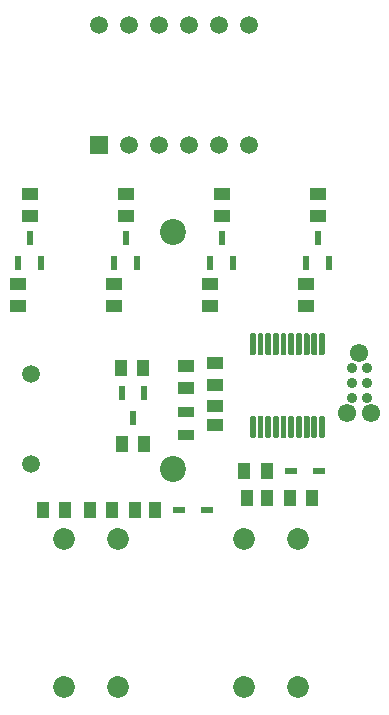
<source format=gbr>
%TF.GenerationSoftware,KiCad,Pcbnew,(5.1.10)-1*%
%TF.CreationDate,2021-09-07T17:28:15+02:00*%
%TF.ProjectId,BytesCounter,42797465-7343-46f7-956e-7465722e6b69,rev?*%
%TF.SameCoordinates,Original*%
%TF.FileFunction,Soldermask,Top*%
%TF.FilePolarity,Negative*%
%FSLAX46Y46*%
G04 Gerber Fmt 4.6, Leading zero omitted, Abs format (unit mm)*
G04 Created by KiCad (PCBNEW (5.1.10)-1) date 2021-09-07 17:28:15*
%MOMM*%
%LPD*%
G01*
G04 APERTURE LIST*
%ADD10C,1.500000*%
%ADD11R,1.500000X1.500000*%
%ADD12R,1.400000X0.900000*%
%ADD13C,1.550000*%
%ADD14C,0.889000*%
%ADD15R,1.075000X0.500000*%
%ADD16C,1.850000*%
%ADD17C,2.200000*%
%ADD18R,1.000000X1.400000*%
%ADD19R,1.400000X1.000000*%
%ADD20R,0.600000X1.250000*%
%ADD21R,1.050000X1.470000*%
%ADD22R,1.470000X1.050000*%
G04 APERTURE END LIST*
D10*
%TO.C,U1*%
X114430000Y-32230000D03*
X116970000Y-32230000D03*
X119510000Y-32230000D03*
X122050000Y-32230000D03*
X124590000Y-32230000D03*
X127130000Y-32230000D03*
X127130000Y-42390000D03*
X124590000Y-42390000D03*
X122050000Y-42390000D03*
X119510000Y-42390000D03*
X116970000Y-42390000D03*
D11*
X114430000Y-42390000D03*
%TD*%
D12*
%TO.C,LED1*%
X121792000Y-64992000D03*
X121792000Y-66892000D03*
%TD*%
D13*
%TO.C,J1*%
X135468000Y-65040000D03*
X137500000Y-65040000D03*
X136484000Y-59960000D03*
D14*
X137119000Y-63770000D03*
X135849000Y-63770000D03*
X137119000Y-62500000D03*
X135849000Y-62500000D03*
X137119000Y-61230000D03*
X135849000Y-61230000D03*
%TD*%
%TO.C,IC1*%
G36*
G01*
X133216000Y-65276000D02*
X133466000Y-65276000D01*
G75*
G02*
X133591000Y-65401000I0J-125000D01*
G01*
X133591000Y-67051000D01*
G75*
G02*
X133466000Y-67176000I-125000J0D01*
G01*
X133216000Y-67176000D01*
G75*
G02*
X133091000Y-67051000I0J125000D01*
G01*
X133091000Y-65401000D01*
G75*
G02*
X133216000Y-65276000I125000J0D01*
G01*
G37*
G36*
G01*
X132566000Y-65276000D02*
X132816000Y-65276000D01*
G75*
G02*
X132941000Y-65401000I0J-125000D01*
G01*
X132941000Y-67051000D01*
G75*
G02*
X132816000Y-67176000I-125000J0D01*
G01*
X132566000Y-67176000D01*
G75*
G02*
X132441000Y-67051000I0J125000D01*
G01*
X132441000Y-65401000D01*
G75*
G02*
X132566000Y-65276000I125000J0D01*
G01*
G37*
G36*
G01*
X131916000Y-65276000D02*
X132166000Y-65276000D01*
G75*
G02*
X132291000Y-65401000I0J-125000D01*
G01*
X132291000Y-67051000D01*
G75*
G02*
X132166000Y-67176000I-125000J0D01*
G01*
X131916000Y-67176000D01*
G75*
G02*
X131791000Y-67051000I0J125000D01*
G01*
X131791000Y-65401000D01*
G75*
G02*
X131916000Y-65276000I125000J0D01*
G01*
G37*
G36*
G01*
X131266000Y-65276000D02*
X131516000Y-65276000D01*
G75*
G02*
X131641000Y-65401000I0J-125000D01*
G01*
X131641000Y-67051000D01*
G75*
G02*
X131516000Y-67176000I-125000J0D01*
G01*
X131266000Y-67176000D01*
G75*
G02*
X131141000Y-67051000I0J125000D01*
G01*
X131141000Y-65401000D01*
G75*
G02*
X131266000Y-65276000I125000J0D01*
G01*
G37*
G36*
G01*
X130616000Y-65276000D02*
X130866000Y-65276000D01*
G75*
G02*
X130991000Y-65401000I0J-125000D01*
G01*
X130991000Y-67051000D01*
G75*
G02*
X130866000Y-67176000I-125000J0D01*
G01*
X130616000Y-67176000D01*
G75*
G02*
X130491000Y-67051000I0J125000D01*
G01*
X130491000Y-65401000D01*
G75*
G02*
X130616000Y-65276000I125000J0D01*
G01*
G37*
G36*
G01*
X129966000Y-65276000D02*
X130216000Y-65276000D01*
G75*
G02*
X130341000Y-65401000I0J-125000D01*
G01*
X130341000Y-67051000D01*
G75*
G02*
X130216000Y-67176000I-125000J0D01*
G01*
X129966000Y-67176000D01*
G75*
G02*
X129841000Y-67051000I0J125000D01*
G01*
X129841000Y-65401000D01*
G75*
G02*
X129966000Y-65276000I125000J0D01*
G01*
G37*
G36*
G01*
X129316000Y-65276000D02*
X129566000Y-65276000D01*
G75*
G02*
X129691000Y-65401000I0J-125000D01*
G01*
X129691000Y-67051000D01*
G75*
G02*
X129566000Y-67176000I-125000J0D01*
G01*
X129316000Y-67176000D01*
G75*
G02*
X129191000Y-67051000I0J125000D01*
G01*
X129191000Y-65401000D01*
G75*
G02*
X129316000Y-65276000I125000J0D01*
G01*
G37*
G36*
G01*
X128666000Y-65276000D02*
X128916000Y-65276000D01*
G75*
G02*
X129041000Y-65401000I0J-125000D01*
G01*
X129041000Y-67051000D01*
G75*
G02*
X128916000Y-67176000I-125000J0D01*
G01*
X128666000Y-67176000D01*
G75*
G02*
X128541000Y-67051000I0J125000D01*
G01*
X128541000Y-65401000D01*
G75*
G02*
X128666000Y-65276000I125000J0D01*
G01*
G37*
G36*
G01*
X128016000Y-65276000D02*
X128266000Y-65276000D01*
G75*
G02*
X128391000Y-65401000I0J-125000D01*
G01*
X128391000Y-67051000D01*
G75*
G02*
X128266000Y-67176000I-125000J0D01*
G01*
X128016000Y-67176000D01*
G75*
G02*
X127891000Y-67051000I0J125000D01*
G01*
X127891000Y-65401000D01*
G75*
G02*
X128016000Y-65276000I125000J0D01*
G01*
G37*
G36*
G01*
X127366000Y-65276000D02*
X127616000Y-65276000D01*
G75*
G02*
X127741000Y-65401000I0J-125000D01*
G01*
X127741000Y-67051000D01*
G75*
G02*
X127616000Y-67176000I-125000J0D01*
G01*
X127366000Y-67176000D01*
G75*
G02*
X127241000Y-67051000I0J125000D01*
G01*
X127241000Y-65401000D01*
G75*
G02*
X127366000Y-65276000I125000J0D01*
G01*
G37*
G36*
G01*
X127366000Y-58276000D02*
X127616000Y-58276000D01*
G75*
G02*
X127741000Y-58401000I0J-125000D01*
G01*
X127741000Y-60051000D01*
G75*
G02*
X127616000Y-60176000I-125000J0D01*
G01*
X127366000Y-60176000D01*
G75*
G02*
X127241000Y-60051000I0J125000D01*
G01*
X127241000Y-58401000D01*
G75*
G02*
X127366000Y-58276000I125000J0D01*
G01*
G37*
G36*
G01*
X128016000Y-58276000D02*
X128266000Y-58276000D01*
G75*
G02*
X128391000Y-58401000I0J-125000D01*
G01*
X128391000Y-60051000D01*
G75*
G02*
X128266000Y-60176000I-125000J0D01*
G01*
X128016000Y-60176000D01*
G75*
G02*
X127891000Y-60051000I0J125000D01*
G01*
X127891000Y-58401000D01*
G75*
G02*
X128016000Y-58276000I125000J0D01*
G01*
G37*
G36*
G01*
X128666000Y-58276000D02*
X128916000Y-58276000D01*
G75*
G02*
X129041000Y-58401000I0J-125000D01*
G01*
X129041000Y-60051000D01*
G75*
G02*
X128916000Y-60176000I-125000J0D01*
G01*
X128666000Y-60176000D01*
G75*
G02*
X128541000Y-60051000I0J125000D01*
G01*
X128541000Y-58401000D01*
G75*
G02*
X128666000Y-58276000I125000J0D01*
G01*
G37*
G36*
G01*
X129316000Y-58276000D02*
X129566000Y-58276000D01*
G75*
G02*
X129691000Y-58401000I0J-125000D01*
G01*
X129691000Y-60051000D01*
G75*
G02*
X129566000Y-60176000I-125000J0D01*
G01*
X129316000Y-60176000D01*
G75*
G02*
X129191000Y-60051000I0J125000D01*
G01*
X129191000Y-58401000D01*
G75*
G02*
X129316000Y-58276000I125000J0D01*
G01*
G37*
G36*
G01*
X129966000Y-58276000D02*
X130216000Y-58276000D01*
G75*
G02*
X130341000Y-58401000I0J-125000D01*
G01*
X130341000Y-60051000D01*
G75*
G02*
X130216000Y-60176000I-125000J0D01*
G01*
X129966000Y-60176000D01*
G75*
G02*
X129841000Y-60051000I0J125000D01*
G01*
X129841000Y-58401000D01*
G75*
G02*
X129966000Y-58276000I125000J0D01*
G01*
G37*
G36*
G01*
X130616000Y-58276000D02*
X130866000Y-58276000D01*
G75*
G02*
X130991000Y-58401000I0J-125000D01*
G01*
X130991000Y-60051000D01*
G75*
G02*
X130866000Y-60176000I-125000J0D01*
G01*
X130616000Y-60176000D01*
G75*
G02*
X130491000Y-60051000I0J125000D01*
G01*
X130491000Y-58401000D01*
G75*
G02*
X130616000Y-58276000I125000J0D01*
G01*
G37*
G36*
G01*
X131266000Y-58276000D02*
X131516000Y-58276000D01*
G75*
G02*
X131641000Y-58401000I0J-125000D01*
G01*
X131641000Y-60051000D01*
G75*
G02*
X131516000Y-60176000I-125000J0D01*
G01*
X131266000Y-60176000D01*
G75*
G02*
X131141000Y-60051000I0J125000D01*
G01*
X131141000Y-58401000D01*
G75*
G02*
X131266000Y-58276000I125000J0D01*
G01*
G37*
G36*
G01*
X131916000Y-58276000D02*
X132166000Y-58276000D01*
G75*
G02*
X132291000Y-58401000I0J-125000D01*
G01*
X132291000Y-60051000D01*
G75*
G02*
X132166000Y-60176000I-125000J0D01*
G01*
X131916000Y-60176000D01*
G75*
G02*
X131791000Y-60051000I0J125000D01*
G01*
X131791000Y-58401000D01*
G75*
G02*
X131916000Y-58276000I125000J0D01*
G01*
G37*
G36*
G01*
X132566000Y-58276000D02*
X132816000Y-58276000D01*
G75*
G02*
X132941000Y-58401000I0J-125000D01*
G01*
X132941000Y-60051000D01*
G75*
G02*
X132816000Y-60176000I-125000J0D01*
G01*
X132566000Y-60176000D01*
G75*
G02*
X132441000Y-60051000I0J125000D01*
G01*
X132441000Y-58401000D01*
G75*
G02*
X132566000Y-58276000I125000J0D01*
G01*
G37*
G36*
G01*
X133216000Y-58276000D02*
X133466000Y-58276000D01*
G75*
G02*
X133591000Y-58401000I0J-125000D01*
G01*
X133591000Y-60051000D01*
G75*
G02*
X133466000Y-60176000I-125000J0D01*
G01*
X133216000Y-60176000D01*
G75*
G02*
X133091000Y-60051000I0J125000D01*
G01*
X133091000Y-58401000D01*
G75*
G02*
X133216000Y-58276000I125000J0D01*
G01*
G37*
%TD*%
D15*
%TO.C,D2*%
X130750000Y-69982000D03*
X133074000Y-69982000D03*
%TD*%
%TO.C,D1*%
X123574000Y-73250000D03*
X121250000Y-73250000D03*
%TD*%
D16*
%TO.C,S1*%
X111546000Y-88248000D03*
X111546000Y-75748000D03*
X116046000Y-88248000D03*
X116046000Y-75748000D03*
%TD*%
%TO.C,S2*%
X126786000Y-88248000D03*
X126786000Y-75748000D03*
X131286000Y-88248000D03*
X131286000Y-75748000D03*
%TD*%
D17*
%TO.C,U2*%
X120750000Y-49750000D03*
X120750000Y-69750000D03*
%TD*%
D18*
%TO.C,R16*%
X130615666Y-72232000D03*
X132515666Y-72232000D03*
%TD*%
%TO.C,R15*%
X128676332Y-69982000D03*
X126776332Y-69982000D03*
%TD*%
%TO.C,R14*%
X118296000Y-67686000D03*
X116396000Y-67686000D03*
%TD*%
%TO.C,R13*%
X118200000Y-61250000D03*
X116300000Y-61250000D03*
%TD*%
%TO.C,R12*%
X115567000Y-73250000D03*
X113667000Y-73250000D03*
%TD*%
%TO.C,R11*%
X109722000Y-73250000D03*
X111622000Y-73250000D03*
%TD*%
D19*
%TO.C,R10*%
X132972000Y-46504000D03*
X132972000Y-48404000D03*
%TD*%
%TO.C,R9*%
X131956000Y-54124000D03*
X131956000Y-56024000D03*
%TD*%
%TO.C,R8*%
X124844000Y-46504000D03*
X124844000Y-48404000D03*
%TD*%
%TO.C,R7*%
X123828000Y-54124000D03*
X123828000Y-56024000D03*
%TD*%
%TO.C,R6*%
X116716000Y-46504000D03*
X116716000Y-48404000D03*
%TD*%
%TO.C,R5*%
X115700000Y-54124000D03*
X115700000Y-56024000D03*
%TD*%
%TO.C,R4*%
X108588000Y-46504000D03*
X108588000Y-48404000D03*
%TD*%
%TO.C,R3*%
X121826000Y-62959000D03*
X121826000Y-61059000D03*
%TD*%
%TO.C,R2*%
X124290000Y-60814000D03*
X124290000Y-62714000D03*
%TD*%
%TO.C,R1*%
X107572000Y-54124000D03*
X107572000Y-56024000D03*
%TD*%
D20*
%TO.C,Q5*%
X117346000Y-65434000D03*
X116391000Y-63334000D03*
X118301000Y-63334000D03*
%TD*%
%TO.C,Q4*%
X132972000Y-50214000D03*
X133927000Y-52314000D03*
X132017000Y-52314000D03*
%TD*%
%TO.C,Q3*%
X124844000Y-50214000D03*
X125799000Y-52314000D03*
X123889000Y-52314000D03*
%TD*%
%TO.C,Q2*%
X116716000Y-50214000D03*
X117671000Y-52314000D03*
X115761000Y-52314000D03*
%TD*%
%TO.C,Q1*%
X108588000Y-50214000D03*
X109543000Y-52314000D03*
X107633000Y-52314000D03*
%TD*%
D10*
%TO.C,LS1*%
X108750000Y-69350000D03*
X108750000Y-61750000D03*
%TD*%
D21*
%TO.C,C3*%
X128680000Y-72232000D03*
X127000000Y-72232000D03*
%TD*%
%TO.C,C2*%
X119217000Y-73250000D03*
X117537000Y-73250000D03*
%TD*%
D22*
%TO.C,C1*%
X124290000Y-66094000D03*
X124290000Y-64414000D03*
%TD*%
M02*

</source>
